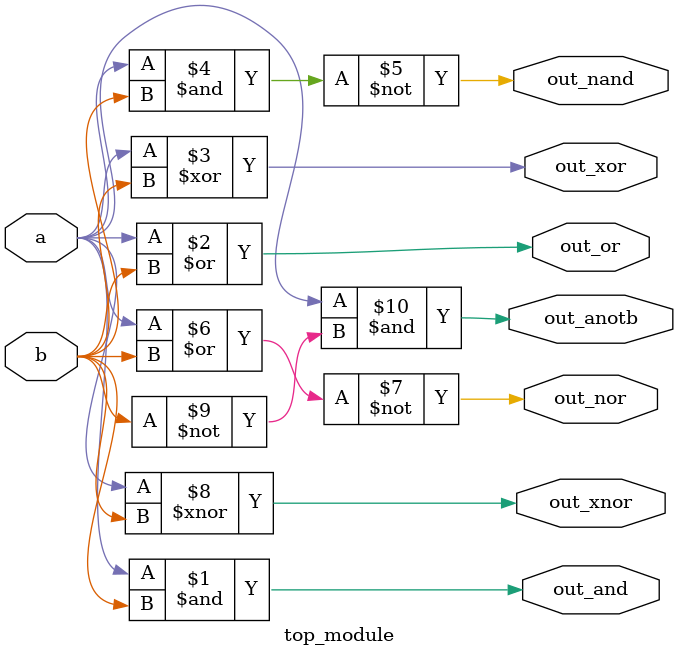
<source format=v>
module top_module( 
    input a, b,
    output out_and,
    output out_or,
    output out_xor,
    output out_nand,
    output out_nor,
    output out_xnor,
    output out_anotb
);
    assign out_and = a&b, out_or = a|b, out_xor = a^b, out_nand = ~(a&b), out_nor = ~(a|b), out_xnor = a~^b, out_anotb = a&~b;
endmodule

</source>
